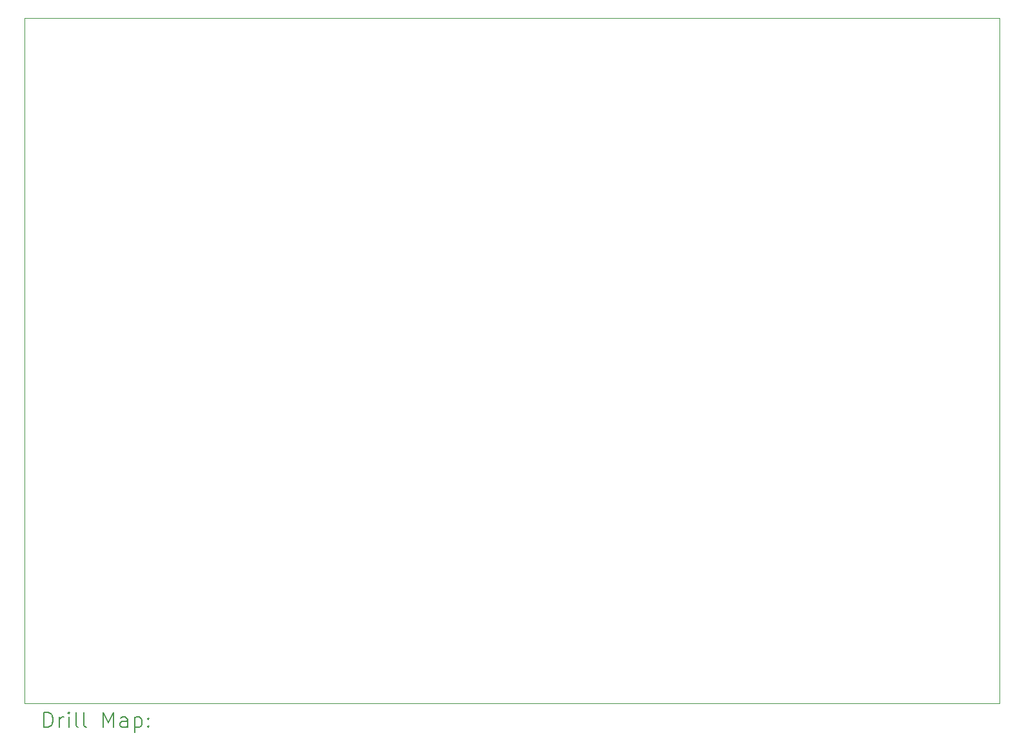
<source format=gbr>
%TF.GenerationSoftware,KiCad,Pcbnew,(6.0.11)*%
%TF.CreationDate,2023-11-07T13:08:13+01:00*%
%TF.ProjectId,Switch6.0,53776974-6368-4362-9e30-2e6b69636164,rev?*%
%TF.SameCoordinates,Original*%
%TF.FileFunction,Drillmap*%
%TF.FilePolarity,Positive*%
%FSLAX45Y45*%
G04 Gerber Fmt 4.5, Leading zero omitted, Abs format (unit mm)*
G04 Created by KiCad (PCBNEW (6.0.11)) date 2023-11-07 13:08:13*
%MOMM*%
%LPD*%
G01*
G04 APERTURE LIST*
%ADD10C,0.100000*%
%ADD11C,0.200000*%
G04 APERTURE END LIST*
D10*
X9400000Y-6100000D02*
X22200000Y-6100000D01*
X22200000Y-6100000D02*
X22200000Y-15100000D01*
X22200000Y-15100000D02*
X9400000Y-15100000D01*
X9400000Y-15100000D02*
X9400000Y-6100000D01*
D11*
X9652619Y-15415476D02*
X9652619Y-15215476D01*
X9700238Y-15215476D01*
X9728810Y-15225000D01*
X9747857Y-15244048D01*
X9757381Y-15263095D01*
X9766905Y-15301190D01*
X9766905Y-15329762D01*
X9757381Y-15367857D01*
X9747857Y-15386905D01*
X9728810Y-15405952D01*
X9700238Y-15415476D01*
X9652619Y-15415476D01*
X9852619Y-15415476D02*
X9852619Y-15282143D01*
X9852619Y-15320238D02*
X9862143Y-15301190D01*
X9871667Y-15291667D01*
X9890714Y-15282143D01*
X9909762Y-15282143D01*
X9976429Y-15415476D02*
X9976429Y-15282143D01*
X9976429Y-15215476D02*
X9966905Y-15225000D01*
X9976429Y-15234524D01*
X9985952Y-15225000D01*
X9976429Y-15215476D01*
X9976429Y-15234524D01*
X10100238Y-15415476D02*
X10081190Y-15405952D01*
X10071667Y-15386905D01*
X10071667Y-15215476D01*
X10205000Y-15415476D02*
X10185952Y-15405952D01*
X10176429Y-15386905D01*
X10176429Y-15215476D01*
X10433571Y-15415476D02*
X10433571Y-15215476D01*
X10500238Y-15358333D01*
X10566905Y-15215476D01*
X10566905Y-15415476D01*
X10747857Y-15415476D02*
X10747857Y-15310714D01*
X10738333Y-15291667D01*
X10719286Y-15282143D01*
X10681190Y-15282143D01*
X10662143Y-15291667D01*
X10747857Y-15405952D02*
X10728810Y-15415476D01*
X10681190Y-15415476D01*
X10662143Y-15405952D01*
X10652619Y-15386905D01*
X10652619Y-15367857D01*
X10662143Y-15348809D01*
X10681190Y-15339286D01*
X10728810Y-15339286D01*
X10747857Y-15329762D01*
X10843095Y-15282143D02*
X10843095Y-15482143D01*
X10843095Y-15291667D02*
X10862143Y-15282143D01*
X10900238Y-15282143D01*
X10919286Y-15291667D01*
X10928810Y-15301190D01*
X10938333Y-15320238D01*
X10938333Y-15377381D01*
X10928810Y-15396428D01*
X10919286Y-15405952D01*
X10900238Y-15415476D01*
X10862143Y-15415476D01*
X10843095Y-15405952D01*
X11024048Y-15396428D02*
X11033571Y-15405952D01*
X11024048Y-15415476D01*
X11014524Y-15405952D01*
X11024048Y-15396428D01*
X11024048Y-15415476D01*
X11024048Y-15291667D02*
X11033571Y-15301190D01*
X11024048Y-15310714D01*
X11014524Y-15301190D01*
X11024048Y-15291667D01*
X11024048Y-15310714D01*
M02*

</source>
